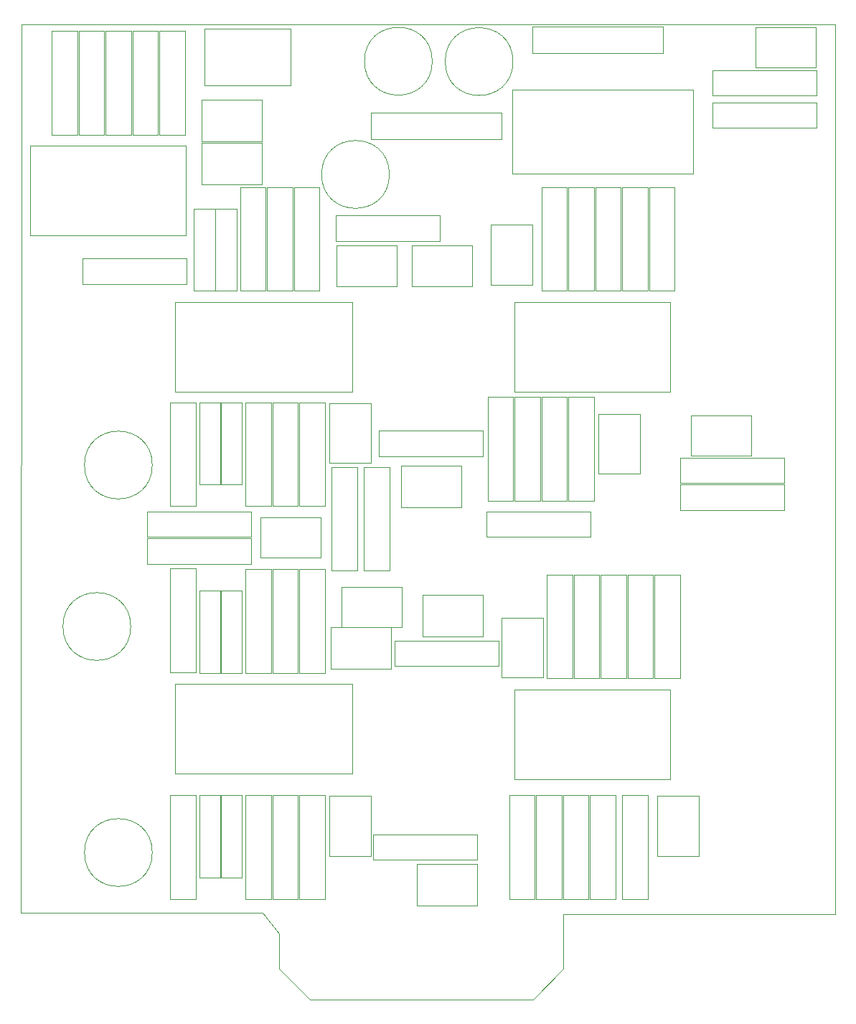
<source format=gbr>
%TF.GenerationSoftware,KiCad,Pcbnew,(5.1.9)-1*%
%TF.CreationDate,2021-09-12T20:22:20+01:00*%
%TF.ProjectId,KOSMOS LFO6,4b4f534d-4f53-4204-9c46-4f362e6b6963,rev?*%
%TF.SameCoordinates,Original*%
%TF.FileFunction,Other,User*%
%FSLAX46Y46*%
G04 Gerber Fmt 4.6, Leading zero omitted, Abs format (unit mm)*
G04 Created by KiCad (PCBNEW (5.1.9)-1) date 2021-09-12 20:22:20*
%MOMM*%
%LPD*%
G01*
G04 APERTURE LIST*
%TA.AperFunction,Profile*%
%ADD10C,0.050000*%
%TD*%
%ADD11C,0.050000*%
G04 APERTURE END LIST*
D10*
X50368000Y-127195000D02*
X48463000Y-124782000D01*
X83896000Y-131386000D02*
X80340000Y-135000000D01*
X83896000Y-124909000D02*
X83896000Y-131386000D01*
X116027000Y-124909000D02*
X83896000Y-124909000D01*
X50368000Y-131386000D02*
X54051000Y-135000000D01*
X50368000Y-127195000D02*
X50368000Y-131386000D01*
X19888000Y-124782000D02*
X48463000Y-124782000D01*
X54051000Y-135000000D02*
X80340000Y-135000000D01*
X20000000Y-20000000D02*
X116000000Y-20000000D01*
X116000000Y-20000000D02*
X116027000Y-124909000D01*
X20000000Y-20000000D02*
X19888000Y-124782000D01*
D11*
%TO.C,R17*%
X84555000Y-39150000D02*
X87555000Y-39150000D01*
X87555000Y-39150000D02*
X87555000Y-51410000D01*
X87555000Y-51410000D02*
X84555000Y-51410000D01*
X84555000Y-51410000D02*
X84555000Y-39150000D01*
%TO.C,C1*%
X61200000Y-64630000D02*
X61200000Y-71730000D01*
X56300000Y-64630000D02*
X61200000Y-64630000D01*
X56300000Y-71730000D02*
X56300000Y-64630000D01*
X61200000Y-71730000D02*
X56300000Y-71730000D01*
%TO.C,C2*%
X64245000Y-46005000D02*
X64245000Y-50905000D01*
X64245000Y-50905000D02*
X57145000Y-50905000D01*
X57145000Y-50905000D02*
X57145000Y-46005000D01*
X57145000Y-46005000D02*
X64245000Y-46005000D01*
%TO.C,C3*%
X63405000Y-37660000D02*
G75*
G03*
X63405000Y-37660000I-4000000J0D01*
G01*
%TO.C,C4*%
X32885000Y-91000000D02*
G75*
G03*
X32885000Y-91000000I-4000000J0D01*
G01*
%TO.C,C5*%
X61200000Y-110985000D02*
X61200000Y-118085000D01*
X56300000Y-110985000D02*
X61200000Y-110985000D01*
X56300000Y-118085000D02*
X56300000Y-110985000D01*
X61200000Y-118085000D02*
X56300000Y-118085000D01*
%TO.C,C6*%
X63610000Y-91090000D02*
X63610000Y-95990000D01*
X63610000Y-95990000D02*
X56510000Y-95990000D01*
X56510000Y-95990000D02*
X56510000Y-91090000D01*
X56510000Y-91090000D02*
X63610000Y-91090000D01*
%TO.C,C7*%
X73135000Y-46005000D02*
X73135000Y-50905000D01*
X73135000Y-50905000D02*
X66035000Y-50905000D01*
X66035000Y-50905000D02*
X66035000Y-46005000D01*
X66035000Y-46005000D02*
X73135000Y-46005000D01*
%TO.C,C8*%
X74405000Y-87280000D02*
X74405000Y-92180000D01*
X74405000Y-92180000D02*
X67305000Y-92180000D01*
X67305000Y-92180000D02*
X67305000Y-87280000D01*
X67305000Y-87280000D02*
X74405000Y-87280000D01*
%TO.C,C9*%
X75350000Y-50695000D02*
X75350000Y-43595000D01*
X80250000Y-50695000D02*
X75350000Y-50695000D01*
X80250000Y-43595000D02*
X80250000Y-50695000D01*
X75350000Y-43595000D02*
X80250000Y-43595000D01*
%TO.C,C10*%
X92950000Y-73000000D02*
X88050000Y-73000000D01*
X88050000Y-73000000D02*
X88050000Y-65900000D01*
X88050000Y-65900000D02*
X92950000Y-65900000D01*
X92950000Y-65900000D02*
X92950000Y-73000000D01*
%TO.C,C11*%
X76620000Y-97050000D02*
X76620000Y-89950000D01*
X81520000Y-97050000D02*
X76620000Y-97050000D01*
X81520000Y-89950000D02*
X81520000Y-97050000D01*
X76620000Y-89950000D02*
X81520000Y-89950000D01*
%TO.C,C12*%
X99935000Y-118085000D02*
X95035000Y-118085000D01*
X95035000Y-118085000D02*
X95035000Y-110985000D01*
X95035000Y-110985000D02*
X99935000Y-110985000D01*
X99935000Y-110985000D02*
X99935000Y-118085000D01*
%TO.C,C13*%
X48370000Y-28860000D02*
X48370000Y-33760000D01*
X48370000Y-33760000D02*
X41270000Y-33760000D01*
X41270000Y-33760000D02*
X41270000Y-28860000D01*
X41270000Y-28860000D02*
X48370000Y-28860000D01*
%TO.C,C14*%
X41270000Y-33940000D02*
X48370000Y-33940000D01*
X41270000Y-38840000D02*
X41270000Y-33940000D01*
X48370000Y-38840000D02*
X41270000Y-38840000D01*
X48370000Y-33940000D02*
X48370000Y-38840000D01*
%TO.C,C15*%
X35425000Y-71950000D02*
G75*
G03*
X35425000Y-71950000I-4000000J0D01*
G01*
%TO.C,C16*%
X35425000Y-117670000D02*
G75*
G03*
X35425000Y-117670000I-4000000J0D01*
G01*
%TO.C,C17*%
X64765000Y-72040000D02*
X71865000Y-72040000D01*
X64765000Y-76940000D02*
X64765000Y-72040000D01*
X71865000Y-76940000D02*
X64765000Y-76940000D01*
X71865000Y-72040000D02*
X71865000Y-76940000D01*
%TO.C,C18*%
X66670000Y-119030000D02*
X73770000Y-119030000D01*
X66670000Y-123930000D02*
X66670000Y-119030000D01*
X73770000Y-123930000D02*
X66670000Y-123930000D01*
X73770000Y-119030000D02*
X73770000Y-123930000D01*
%TO.C,C19*%
X77990000Y-24345000D02*
G75*
G03*
X77990000Y-24345000I-4000000J0D01*
G01*
%TO.C,C20*%
X68465000Y-24305000D02*
G75*
G03*
X68465000Y-24305000I-4000000J0D01*
G01*
%TO.C,D1*%
X42855000Y-51410000D02*
X40355000Y-51410000D01*
X40355000Y-51410000D02*
X40355000Y-41690000D01*
X40355000Y-41690000D02*
X42855000Y-41690000D01*
X42855000Y-41690000D02*
X42855000Y-51410000D01*
%TO.C,D2*%
X42895000Y-51410000D02*
X42895000Y-41690000D01*
X45395000Y-51410000D02*
X42895000Y-51410000D01*
X45395000Y-41690000D02*
X45395000Y-51410000D01*
X42895000Y-41690000D02*
X45395000Y-41690000D01*
%TO.C,D3*%
X46030000Y-86775000D02*
X46030000Y-96495000D01*
X43530000Y-86775000D02*
X46030000Y-86775000D01*
X43530000Y-96495000D02*
X43530000Y-86775000D01*
X46030000Y-96495000D02*
X43530000Y-96495000D01*
%TO.C,D4*%
X40990000Y-86775000D02*
X43490000Y-86775000D01*
X43490000Y-86775000D02*
X43490000Y-96495000D01*
X43490000Y-96495000D02*
X40990000Y-96495000D01*
X40990000Y-96495000D02*
X40990000Y-86775000D01*
%TO.C,D6*%
X43530000Y-64550000D02*
X46030000Y-64550000D01*
X46030000Y-64550000D02*
X46030000Y-74270000D01*
X46030000Y-74270000D02*
X43530000Y-74270000D01*
X43530000Y-74270000D02*
X43530000Y-64550000D01*
%TO.C,D7*%
X43490000Y-64550000D02*
X43490000Y-74270000D01*
X40990000Y-64550000D02*
X43490000Y-64550000D01*
X40990000Y-74270000D02*
X40990000Y-64550000D01*
X43490000Y-74270000D02*
X40990000Y-74270000D01*
%TO.C,D8*%
X43530000Y-120625000D02*
X43530000Y-110905000D01*
X46030000Y-120625000D02*
X43530000Y-120625000D01*
X46030000Y-110905000D02*
X46030000Y-120625000D01*
X43530000Y-110905000D02*
X46030000Y-110905000D01*
%TO.C,D9*%
X43490000Y-120625000D02*
X40990000Y-120625000D01*
X40990000Y-120625000D02*
X40990000Y-110905000D01*
X40990000Y-110905000D02*
X43490000Y-110905000D01*
X43490000Y-110905000D02*
X43490000Y-120625000D01*
%TO.C,D12*%
X80260000Y-23385000D02*
X80260000Y-20185000D01*
X80260000Y-20185000D02*
X95660000Y-20185000D01*
X95660000Y-20185000D02*
X95660000Y-23385000D01*
X95660000Y-23385000D02*
X80260000Y-23385000D01*
%TO.C,D13*%
X61210000Y-30345000D02*
X76610000Y-30345000D01*
X61210000Y-33545000D02*
X61210000Y-30345000D01*
X76610000Y-33545000D02*
X61210000Y-33545000D01*
X76610000Y-30345000D02*
X76610000Y-33545000D01*
%TO.C,J1*%
X77915000Y-37530000D02*
X77915000Y-27630000D01*
X99275000Y-37530000D02*
X77915000Y-37530000D01*
X99275000Y-27630000D02*
X99275000Y-37530000D01*
X77915000Y-27630000D02*
X99275000Y-27630000D01*
%TO.C,Q1*%
X113735000Y-20325000D02*
X106635000Y-20325000D01*
X113735000Y-20325000D02*
X113735000Y-25065000D01*
X106635000Y-25065000D02*
X106635000Y-20325000D01*
X106635000Y-25065000D02*
X113735000Y-25065000D01*
%TO.C,Q2*%
X48215000Y-82850000D02*
X55315000Y-82850000D01*
X48215000Y-82850000D02*
X48215000Y-78110000D01*
X55315000Y-78110000D02*
X55315000Y-82850000D01*
X55315000Y-78110000D02*
X48215000Y-78110000D01*
%TO.C,Q3*%
X64840000Y-86365000D02*
X57740000Y-86365000D01*
X64840000Y-86365000D02*
X64840000Y-91105000D01*
X57740000Y-91105000D02*
X57740000Y-86365000D01*
X57740000Y-91105000D02*
X64840000Y-91105000D01*
%TO.C,Q4*%
X106115000Y-66130000D02*
X99015000Y-66130000D01*
X106115000Y-66130000D02*
X106115000Y-70870000D01*
X99015000Y-70870000D02*
X99015000Y-66130000D01*
X99015000Y-70870000D02*
X106115000Y-70870000D01*
%TO.C,R1*%
X39295000Y-32995000D02*
X36295000Y-32995000D01*
X36295000Y-32995000D02*
X36295000Y-20735000D01*
X36295000Y-20735000D02*
X39295000Y-20735000D01*
X39295000Y-20735000D02*
X39295000Y-32995000D01*
%TO.C,R2*%
X27220000Y-47590000D02*
X39480000Y-47590000D01*
X27220000Y-50590000D02*
X27220000Y-47590000D01*
X39480000Y-50590000D02*
X27220000Y-50590000D01*
X39480000Y-47590000D02*
X39480000Y-50590000D01*
%TO.C,R3*%
X40565000Y-84134999D02*
X40565000Y-96394999D01*
X37565000Y-84134999D02*
X40565000Y-84134999D01*
X37565000Y-96394999D02*
X37565000Y-84134999D01*
X40565000Y-96394999D02*
X37565000Y-96394999D01*
%TO.C,R4*%
X48820000Y-51410000D02*
X45820000Y-51410000D01*
X45820000Y-51410000D02*
X45820000Y-39150000D01*
X45820000Y-39150000D02*
X48820000Y-39150000D01*
X48820000Y-39150000D02*
X48820000Y-51410000D01*
%TO.C,R5*%
X49455000Y-96495000D02*
X46455000Y-96495000D01*
X46455000Y-96495000D02*
X46455000Y-84235000D01*
X46455000Y-84235000D02*
X49455000Y-84235000D01*
X49455000Y-84235000D02*
X49455000Y-96495000D01*
%TO.C,R6*%
X48995000Y-39150000D02*
X51995000Y-39150000D01*
X51995000Y-39150000D02*
X51995000Y-51410000D01*
X51995000Y-51410000D02*
X48995000Y-51410000D01*
X48995000Y-51410000D02*
X48995000Y-39150000D01*
%TO.C,R7*%
X49630000Y-96495000D02*
X49630000Y-84235000D01*
X52630000Y-96495000D02*
X49630000Y-96495000D01*
X52630000Y-84235000D02*
X52630000Y-96495000D01*
X49630000Y-84235000D02*
X52630000Y-84235000D01*
%TO.C,R8*%
X32945000Y-20735000D02*
X32945000Y-32995000D01*
X29945000Y-20735000D02*
X32945000Y-20735000D01*
X29945000Y-32995000D02*
X29945000Y-20735000D01*
X32945000Y-32995000D02*
X29945000Y-32995000D01*
%TO.C,R9*%
X52170000Y-39150000D02*
X55170000Y-39150000D01*
X55170000Y-39150000D02*
X55170000Y-51410000D01*
X55170000Y-51410000D02*
X52170000Y-51410000D01*
X52170000Y-51410000D02*
X52170000Y-39150000D01*
%TO.C,R10*%
X52805000Y-84235000D02*
X55805000Y-84235000D01*
X55805000Y-84235000D02*
X55805000Y-96495000D01*
X55805000Y-96495000D02*
X52805000Y-96495000D01*
X52805000Y-96495000D02*
X52805000Y-84235000D01*
%TO.C,R12*%
X57065000Y-42510000D02*
X69325000Y-42510000D01*
X57065000Y-45510000D02*
X57065000Y-42510000D01*
X69325000Y-45510000D02*
X57065000Y-45510000D01*
X69325000Y-42510000D02*
X69325000Y-45510000D01*
%TO.C,R13*%
X76310000Y-92675000D02*
X76310000Y-95675000D01*
X76310000Y-95675000D02*
X64050000Y-95675000D01*
X64050000Y-95675000D02*
X64050000Y-92675000D01*
X64050000Y-92675000D02*
X76310000Y-92675000D01*
%TO.C,R14*%
X36120000Y-32995000D02*
X33120000Y-32995000D01*
X33120000Y-32995000D02*
X33120000Y-20735000D01*
X33120000Y-20735000D02*
X36120000Y-20735000D01*
X36120000Y-20735000D02*
X36120000Y-32995000D01*
%TO.C,R15*%
X26770000Y-32995000D02*
X26770000Y-20735000D01*
X29770000Y-32995000D02*
X26770000Y-32995000D01*
X29770000Y-20735000D02*
X29770000Y-32995000D01*
X26770000Y-20735000D02*
X29770000Y-20735000D01*
%TO.C,R16*%
X90730000Y-39150000D02*
X90730000Y-51410000D01*
X87730000Y-39150000D02*
X90730000Y-39150000D01*
X87730000Y-51410000D02*
X87730000Y-39150000D01*
X90730000Y-51410000D02*
X87730000Y-51410000D01*
%TO.C,R18*%
X88190000Y-84870000D02*
X88190000Y-97130000D01*
X85190000Y-84870000D02*
X88190000Y-84870000D01*
X85190000Y-97130000D02*
X85190000Y-84870000D01*
X88190000Y-97130000D02*
X85190000Y-97130000D01*
%TO.C,R19*%
X91365000Y-97130000D02*
X88365000Y-97130000D01*
X88365000Y-97130000D02*
X88365000Y-84870000D01*
X88365000Y-84870000D02*
X91365000Y-84870000D01*
X91365000Y-84870000D02*
X91365000Y-97130000D01*
%TO.C,R20*%
X26595000Y-20735000D02*
X26595000Y-32995000D01*
X23595000Y-20735000D02*
X26595000Y-20735000D01*
X23595000Y-32995000D02*
X23595000Y-20735000D01*
X26595000Y-32995000D02*
X23595000Y-32995000D01*
%TO.C,R21*%
X90905000Y-39150000D02*
X93905000Y-39150000D01*
X93905000Y-39150000D02*
X93905000Y-51410000D01*
X93905000Y-51410000D02*
X90905000Y-51410000D01*
X90905000Y-51410000D02*
X90905000Y-39150000D01*
%TO.C,R22*%
X94540000Y-84870000D02*
X94540000Y-97130000D01*
X91540000Y-84870000D02*
X94540000Y-84870000D01*
X91540000Y-97130000D02*
X91540000Y-84870000D01*
X94540000Y-97130000D02*
X91540000Y-97130000D01*
%TO.C,R23*%
X94080000Y-51410000D02*
X94080000Y-39150000D01*
X97080000Y-51410000D02*
X94080000Y-51410000D01*
X97080000Y-39150000D02*
X97080000Y-51410000D01*
X94080000Y-39150000D02*
X97080000Y-39150000D01*
%TO.C,R24*%
X81380000Y-39150000D02*
X84380000Y-39150000D01*
X84380000Y-39150000D02*
X84380000Y-51410000D01*
X84380000Y-51410000D02*
X81380000Y-51410000D01*
X81380000Y-51410000D02*
X81380000Y-39150000D01*
%TO.C,R25*%
X94715000Y-84870000D02*
X97715000Y-84870000D01*
X97715000Y-84870000D02*
X97715000Y-97130000D01*
X97715000Y-97130000D02*
X94715000Y-97130000D01*
X94715000Y-97130000D02*
X94715000Y-84870000D01*
%TO.C,R26*%
X82015000Y-97130000D02*
X82015000Y-84870000D01*
X85015000Y-97130000D02*
X82015000Y-97130000D01*
X85015000Y-84870000D02*
X85015000Y-97130000D01*
X82015000Y-84870000D02*
X85015000Y-84870000D01*
%TO.C,R27*%
X113775000Y-25365000D02*
X113775000Y-28365000D01*
X113775000Y-28365000D02*
X101515000Y-28365000D01*
X101515000Y-28365000D02*
X101515000Y-25365000D01*
X101515000Y-25365000D02*
X113775000Y-25365000D01*
%TO.C,R28*%
X113775000Y-32175000D02*
X101515000Y-32175000D01*
X113775000Y-29175000D02*
X113775000Y-32175000D01*
X101515000Y-29175000D02*
X113775000Y-29175000D01*
X101515000Y-32175000D02*
X101515000Y-29175000D01*
%TO.C,R29*%
X37565000Y-64550000D02*
X40565000Y-64550000D01*
X40565000Y-64550000D02*
X40565000Y-76810000D01*
X40565000Y-76810000D02*
X37565000Y-76810000D01*
X37565000Y-76810000D02*
X37565000Y-64550000D01*
%TO.C,R30*%
X37565000Y-110905000D02*
X40565000Y-110905000D01*
X40565000Y-110905000D02*
X40565000Y-123165000D01*
X40565000Y-123165000D02*
X37565000Y-123165000D01*
X37565000Y-123165000D02*
X37565000Y-110905000D01*
%TO.C,R31*%
X46455000Y-76810000D02*
X46455000Y-64550000D01*
X49455000Y-76810000D02*
X46455000Y-76810000D01*
X49455000Y-64550000D02*
X49455000Y-76810000D01*
X46455000Y-64550000D02*
X49455000Y-64550000D01*
%TO.C,R32*%
X46455000Y-110905000D02*
X49455000Y-110905000D01*
X49455000Y-110905000D02*
X49455000Y-123165000D01*
X49455000Y-123165000D02*
X46455000Y-123165000D01*
X46455000Y-123165000D02*
X46455000Y-110905000D01*
%TO.C,R33*%
X47100000Y-83610000D02*
X34840000Y-83610000D01*
X47100000Y-80610000D02*
X47100000Y-83610000D01*
X34840000Y-80610000D02*
X47100000Y-80610000D01*
X34840000Y-83610000D02*
X34840000Y-80610000D01*
%TO.C,R34*%
X52630000Y-76810000D02*
X49630000Y-76810000D01*
X49630000Y-76810000D02*
X49630000Y-64550000D01*
X49630000Y-64550000D02*
X52630000Y-64550000D01*
X52630000Y-64550000D02*
X52630000Y-76810000D01*
%TO.C,R35*%
X52630000Y-110905000D02*
X52630000Y-123165000D01*
X49630000Y-110905000D02*
X52630000Y-110905000D01*
X49630000Y-123165000D02*
X49630000Y-110905000D01*
X52630000Y-123165000D02*
X49630000Y-123165000D01*
%TO.C,R36*%
X34840000Y-80435000D02*
X34840000Y-77435000D01*
X34840000Y-77435000D02*
X47100000Y-77435000D01*
X47100000Y-77435000D02*
X47100000Y-80435000D01*
X47100000Y-80435000D02*
X34840000Y-80435000D01*
%TO.C,R37*%
X55805000Y-64550000D02*
X55805000Y-76810000D01*
X52805000Y-64550000D02*
X55805000Y-64550000D01*
X52805000Y-76810000D02*
X52805000Y-64550000D01*
X55805000Y-76810000D02*
X52805000Y-76810000D01*
%TO.C,R38*%
X55805000Y-123165000D02*
X52805000Y-123165000D01*
X52805000Y-123165000D02*
X52805000Y-110905000D01*
X52805000Y-110905000D02*
X55805000Y-110905000D01*
X55805000Y-110905000D02*
X55805000Y-123165000D01*
%TO.C,R39*%
X63425000Y-72170000D02*
X63425000Y-84430000D01*
X60425000Y-72170000D02*
X63425000Y-72170000D01*
X60425000Y-84430000D02*
X60425000Y-72170000D01*
X63425000Y-84430000D02*
X60425000Y-84430000D01*
%TO.C,R40*%
X62145000Y-67910000D02*
X74405000Y-67910000D01*
X62145000Y-70910000D02*
X62145000Y-67910000D01*
X74405000Y-70910000D02*
X62145000Y-70910000D01*
X74405000Y-67910000D02*
X74405000Y-70910000D01*
%TO.C,R41*%
X73770000Y-115535000D02*
X73770000Y-118535000D01*
X73770000Y-118535000D02*
X61510000Y-118535000D01*
X61510000Y-118535000D02*
X61510000Y-115535000D01*
X61510000Y-115535000D02*
X73770000Y-115535000D01*
%TO.C,R42*%
X59615000Y-72170000D02*
X59615000Y-84430000D01*
X56615000Y-72170000D02*
X59615000Y-72170000D01*
X56615000Y-84430000D02*
X56615000Y-72170000D01*
X59615000Y-84430000D02*
X56615000Y-84430000D01*
%TO.C,R43*%
X84555000Y-63915000D02*
X87555000Y-63915000D01*
X87555000Y-63915000D02*
X87555000Y-76175000D01*
X87555000Y-76175000D02*
X84555000Y-76175000D01*
X84555000Y-76175000D02*
X84555000Y-63915000D01*
%TO.C,R44*%
X81380000Y-76175000D02*
X81380000Y-63915000D01*
X84380000Y-76175000D02*
X81380000Y-76175000D01*
X84380000Y-63915000D02*
X84380000Y-76175000D01*
X81380000Y-63915000D02*
X84380000Y-63915000D01*
%TO.C,R45*%
X87095000Y-123165000D02*
X87095000Y-110905000D01*
X90095000Y-123165000D02*
X87095000Y-123165000D01*
X90095000Y-110905000D02*
X90095000Y-123165000D01*
X87095000Y-110905000D02*
X90095000Y-110905000D01*
%TO.C,R46*%
X83920000Y-110905000D02*
X86920000Y-110905000D01*
X86920000Y-110905000D02*
X86920000Y-123165000D01*
X86920000Y-123165000D02*
X83920000Y-123165000D01*
X83920000Y-123165000D02*
X83920000Y-110905000D01*
%TO.C,R47*%
X97705000Y-74260000D02*
X109965000Y-74260000D01*
X97705000Y-77260000D02*
X97705000Y-74260000D01*
X109965000Y-77260000D02*
X97705000Y-77260000D01*
X109965000Y-74260000D02*
X109965000Y-77260000D01*
%TO.C,R48*%
X78205000Y-76175000D02*
X78205000Y-63915000D01*
X81205000Y-76175000D02*
X78205000Y-76175000D01*
X81205000Y-63915000D02*
X81205000Y-76175000D01*
X78205000Y-63915000D02*
X81205000Y-63915000D01*
%TO.C,R49*%
X80745000Y-110905000D02*
X83745000Y-110905000D01*
X83745000Y-110905000D02*
X83745000Y-123165000D01*
X83745000Y-123165000D02*
X80745000Y-123165000D01*
X80745000Y-123165000D02*
X80745000Y-110905000D01*
%TO.C,R50*%
X97705000Y-74085000D02*
X97705000Y-71085000D01*
X97705000Y-71085000D02*
X109965000Y-71085000D01*
X109965000Y-71085000D02*
X109965000Y-74085000D01*
X109965000Y-74085000D02*
X97705000Y-74085000D01*
%TO.C,R51*%
X78030000Y-76175000D02*
X75030000Y-76175000D01*
X75030000Y-76175000D02*
X75030000Y-63915000D01*
X75030000Y-63915000D02*
X78030000Y-63915000D01*
X78030000Y-63915000D02*
X78030000Y-76175000D01*
%TO.C,R52*%
X87105000Y-80435000D02*
X74845000Y-80435000D01*
X87105000Y-77435000D02*
X87105000Y-80435000D01*
X74845000Y-77435000D02*
X87105000Y-77435000D01*
X74845000Y-80435000D02*
X74845000Y-77435000D01*
%TO.C,R53*%
X80570000Y-110905000D02*
X80570000Y-123165000D01*
X77570000Y-110905000D02*
X80570000Y-110905000D01*
X77570000Y-123165000D02*
X77570000Y-110905000D01*
X80570000Y-123165000D02*
X77570000Y-123165000D01*
%TO.C,R54*%
X93905000Y-110905000D02*
X93905000Y-123165000D01*
X90905000Y-110905000D02*
X93905000Y-110905000D01*
X90905000Y-123165000D02*
X90905000Y-110905000D01*
X93905000Y-123165000D02*
X90905000Y-123165000D01*
%TO.C,RV8*%
X51725000Y-27160000D02*
X41625000Y-27160000D01*
X51725000Y-20510000D02*
X51725000Y-27160000D01*
X41625000Y-20510000D02*
X51725000Y-20510000D01*
X41625000Y-27160000D02*
X41625000Y-20510000D01*
%TO.C,U1*%
X38150000Y-63270000D02*
X38150000Y-52720000D01*
X59000000Y-63270000D02*
X38150000Y-63270000D01*
X59000000Y-52720000D02*
X59000000Y-63270000D01*
X38150000Y-52720000D02*
X59000000Y-52720000D01*
%TO.C,U2*%
X38150000Y-97805000D02*
X59000000Y-97805000D01*
X59000000Y-97805000D02*
X59000000Y-108355000D01*
X59000000Y-108355000D02*
X38150000Y-108355000D01*
X38150000Y-108355000D02*
X38150000Y-97805000D01*
%TO.C,U3*%
X78155000Y-63270000D02*
X78155000Y-52720000D01*
X96505000Y-63270000D02*
X78155000Y-63270000D01*
X96505000Y-52720000D02*
X96505000Y-63270000D01*
X78155000Y-52720000D02*
X96505000Y-52720000D01*
%TO.C,U4*%
X78155000Y-108990000D02*
X78155000Y-98440000D01*
X96505000Y-108990000D02*
X78155000Y-108990000D01*
X96505000Y-98440000D02*
X96505000Y-108990000D01*
X78155000Y-98440000D02*
X96505000Y-98440000D01*
%TO.C,U5*%
X21005000Y-34305000D02*
X39355000Y-34305000D01*
X39355000Y-34305000D02*
X39355000Y-44855000D01*
X39355000Y-44855000D02*
X21005000Y-44855000D01*
X21005000Y-44855000D02*
X21005000Y-34305000D01*
%TD*%
M02*

</source>
